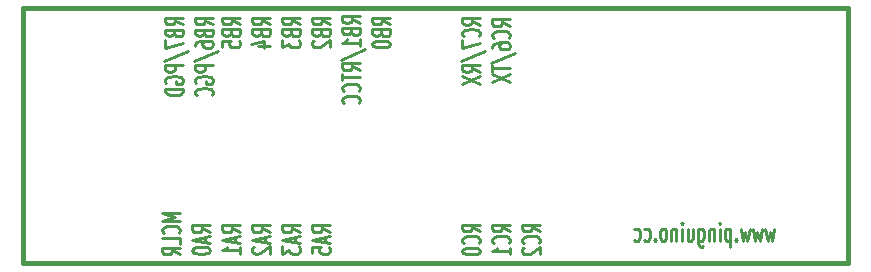
<source format=gbo>
G04 (created by PCBNEW (2012-09-11 BZR 3714)-testing) date mer. 12 sept. 2012 09:40:05 CEST*
%MOIN*%
G04 Gerber Fmt 3.4, Leading zero omitted, Abs format*
%FSLAX34Y34*%
G01*
G70*
G90*
G04 APERTURE LIST*
%ADD10C,0.006*%
%ADD11C,0.0099*%
%ADD12C,0.015*%
G04 APERTURE END LIST*
G54D10*
G54D11*
X71545Y-48843D02*
X71470Y-49243D01*
X71395Y-48957D01*
X71320Y-49243D01*
X71245Y-48843D01*
X71132Y-48843D02*
X71057Y-49243D01*
X70982Y-48957D01*
X70907Y-49243D01*
X70832Y-48843D01*
X70719Y-48843D02*
X70644Y-49243D01*
X70569Y-48957D01*
X70494Y-49243D01*
X70419Y-48843D01*
X70268Y-49186D02*
X70249Y-49214D01*
X70268Y-49243D01*
X70287Y-49214D01*
X70268Y-49186D01*
X70268Y-49243D01*
X70080Y-48843D02*
X70080Y-49443D01*
X70080Y-48871D02*
X70043Y-48843D01*
X69968Y-48843D01*
X69930Y-48871D01*
X69911Y-48900D01*
X69893Y-48957D01*
X69893Y-49129D01*
X69911Y-49186D01*
X69930Y-49214D01*
X69968Y-49243D01*
X70043Y-49243D01*
X70080Y-49214D01*
X69724Y-49243D02*
X69724Y-48843D01*
X69724Y-48643D02*
X69743Y-48671D01*
X69724Y-48700D01*
X69705Y-48671D01*
X69724Y-48643D01*
X69724Y-48700D01*
X69536Y-48843D02*
X69536Y-49243D01*
X69536Y-48900D02*
X69517Y-48871D01*
X69480Y-48843D01*
X69424Y-48843D01*
X69386Y-48871D01*
X69367Y-48929D01*
X69367Y-49243D01*
X69011Y-48843D02*
X69011Y-49329D01*
X69030Y-49386D01*
X69049Y-49414D01*
X69086Y-49443D01*
X69143Y-49443D01*
X69180Y-49414D01*
X69011Y-49214D02*
X69049Y-49243D01*
X69124Y-49243D01*
X69161Y-49214D01*
X69180Y-49186D01*
X69199Y-49129D01*
X69199Y-48957D01*
X69180Y-48900D01*
X69161Y-48871D01*
X69124Y-48843D01*
X69049Y-48843D01*
X69011Y-48871D01*
X68655Y-48843D02*
X68655Y-49243D01*
X68824Y-48843D02*
X68824Y-49157D01*
X68805Y-49214D01*
X68768Y-49243D01*
X68712Y-49243D01*
X68674Y-49214D01*
X68655Y-49186D01*
X68468Y-49243D02*
X68468Y-48843D01*
X68468Y-48643D02*
X68487Y-48671D01*
X68468Y-48700D01*
X68449Y-48671D01*
X68468Y-48643D01*
X68468Y-48700D01*
X68280Y-48843D02*
X68280Y-49243D01*
X68280Y-48900D02*
X68261Y-48871D01*
X68224Y-48843D01*
X68168Y-48843D01*
X68130Y-48871D01*
X68111Y-48929D01*
X68111Y-49243D01*
X67868Y-49243D02*
X67905Y-49214D01*
X67924Y-49186D01*
X67943Y-49129D01*
X67943Y-48957D01*
X67924Y-48900D01*
X67905Y-48871D01*
X67868Y-48843D01*
X67812Y-48843D01*
X67774Y-48871D01*
X67755Y-48900D01*
X67737Y-48957D01*
X67737Y-49129D01*
X67755Y-49186D01*
X67774Y-49214D01*
X67812Y-49243D01*
X67868Y-49243D01*
X67568Y-49186D02*
X67549Y-49214D01*
X67568Y-49243D01*
X67587Y-49214D01*
X67568Y-49186D01*
X67568Y-49243D01*
X67211Y-49214D02*
X67249Y-49243D01*
X67324Y-49243D01*
X67361Y-49214D01*
X67380Y-49186D01*
X67399Y-49129D01*
X67399Y-48957D01*
X67380Y-48900D01*
X67361Y-48871D01*
X67324Y-48843D01*
X67249Y-48843D01*
X67211Y-48871D01*
X66873Y-49214D02*
X66911Y-49243D01*
X66986Y-49243D01*
X67023Y-49214D01*
X67042Y-49186D01*
X67061Y-49129D01*
X67061Y-48957D01*
X67042Y-48900D01*
X67023Y-48871D01*
X66986Y-48843D01*
X66911Y-48843D01*
X66873Y-48871D01*
X54743Y-42038D02*
X54457Y-41907D01*
X54743Y-41813D02*
X54143Y-41813D01*
X54143Y-41963D01*
X54171Y-42000D01*
X54200Y-42019D01*
X54257Y-42038D01*
X54343Y-42038D01*
X54400Y-42019D01*
X54429Y-42000D01*
X54457Y-41963D01*
X54457Y-41813D01*
X54429Y-42338D02*
X54457Y-42394D01*
X54486Y-42413D01*
X54543Y-42432D01*
X54629Y-42432D01*
X54686Y-42413D01*
X54714Y-42394D01*
X54743Y-42357D01*
X54743Y-42207D01*
X54143Y-42207D01*
X54143Y-42338D01*
X54171Y-42376D01*
X54200Y-42394D01*
X54257Y-42413D01*
X54314Y-42413D01*
X54371Y-42394D01*
X54400Y-42376D01*
X54429Y-42338D01*
X54429Y-42207D01*
X54343Y-42770D02*
X54743Y-42770D01*
X54114Y-42676D02*
X54543Y-42582D01*
X54543Y-42826D01*
X55743Y-42038D02*
X55457Y-41907D01*
X55743Y-41813D02*
X55143Y-41813D01*
X55143Y-41963D01*
X55171Y-42000D01*
X55200Y-42019D01*
X55257Y-42038D01*
X55343Y-42038D01*
X55400Y-42019D01*
X55429Y-42000D01*
X55457Y-41963D01*
X55457Y-41813D01*
X55429Y-42338D02*
X55457Y-42394D01*
X55486Y-42413D01*
X55543Y-42432D01*
X55629Y-42432D01*
X55686Y-42413D01*
X55714Y-42394D01*
X55743Y-42357D01*
X55743Y-42207D01*
X55143Y-42207D01*
X55143Y-42338D01*
X55171Y-42376D01*
X55200Y-42394D01*
X55257Y-42413D01*
X55314Y-42413D01*
X55371Y-42394D01*
X55400Y-42376D01*
X55429Y-42338D01*
X55429Y-42207D01*
X55143Y-42563D02*
X55143Y-42807D01*
X55371Y-42676D01*
X55371Y-42732D01*
X55400Y-42770D01*
X55429Y-42788D01*
X55486Y-42807D01*
X55629Y-42807D01*
X55686Y-42788D01*
X55714Y-42770D01*
X55743Y-42732D01*
X55743Y-42620D01*
X55714Y-42582D01*
X55686Y-42563D01*
X56743Y-42038D02*
X56457Y-41907D01*
X56743Y-41813D02*
X56143Y-41813D01*
X56143Y-41963D01*
X56171Y-42000D01*
X56200Y-42019D01*
X56257Y-42038D01*
X56343Y-42038D01*
X56400Y-42019D01*
X56429Y-42000D01*
X56457Y-41963D01*
X56457Y-41813D01*
X56429Y-42338D02*
X56457Y-42394D01*
X56486Y-42413D01*
X56543Y-42432D01*
X56629Y-42432D01*
X56686Y-42413D01*
X56714Y-42394D01*
X56743Y-42357D01*
X56743Y-42207D01*
X56143Y-42207D01*
X56143Y-42338D01*
X56171Y-42376D01*
X56200Y-42394D01*
X56257Y-42413D01*
X56314Y-42413D01*
X56371Y-42394D01*
X56400Y-42376D01*
X56429Y-42338D01*
X56429Y-42207D01*
X56200Y-42582D02*
X56171Y-42601D01*
X56143Y-42638D01*
X56143Y-42732D01*
X56171Y-42770D01*
X56200Y-42788D01*
X56257Y-42807D01*
X56314Y-42807D01*
X56400Y-42788D01*
X56743Y-42563D01*
X56743Y-42807D01*
X57743Y-41990D02*
X57457Y-41859D01*
X57743Y-41765D02*
X57143Y-41765D01*
X57143Y-41915D01*
X57171Y-41952D01*
X57200Y-41971D01*
X57257Y-41990D01*
X57343Y-41990D01*
X57400Y-41971D01*
X57429Y-41952D01*
X57457Y-41915D01*
X57457Y-41765D01*
X57429Y-42290D02*
X57457Y-42346D01*
X57486Y-42365D01*
X57543Y-42384D01*
X57629Y-42384D01*
X57686Y-42365D01*
X57714Y-42346D01*
X57743Y-42309D01*
X57743Y-42159D01*
X57143Y-42159D01*
X57143Y-42290D01*
X57171Y-42328D01*
X57200Y-42346D01*
X57257Y-42365D01*
X57314Y-42365D01*
X57371Y-42346D01*
X57400Y-42328D01*
X57429Y-42290D01*
X57429Y-42159D01*
X57743Y-42759D02*
X57743Y-42534D01*
X57743Y-42647D02*
X57143Y-42647D01*
X57229Y-42609D01*
X57286Y-42572D01*
X57314Y-42534D01*
X57114Y-43209D02*
X57886Y-42872D01*
X57743Y-43566D02*
X57457Y-43435D01*
X57743Y-43341D02*
X57143Y-43341D01*
X57143Y-43491D01*
X57171Y-43528D01*
X57200Y-43547D01*
X57257Y-43566D01*
X57343Y-43566D01*
X57400Y-43547D01*
X57429Y-43528D01*
X57457Y-43491D01*
X57457Y-43341D01*
X57143Y-43679D02*
X57143Y-43904D01*
X57743Y-43791D02*
X57143Y-43791D01*
X57686Y-44260D02*
X57714Y-44241D01*
X57743Y-44185D01*
X57743Y-44147D01*
X57714Y-44091D01*
X57657Y-44054D01*
X57600Y-44035D01*
X57486Y-44016D01*
X57400Y-44016D01*
X57286Y-44035D01*
X57229Y-44054D01*
X57171Y-44091D01*
X57143Y-44147D01*
X57143Y-44185D01*
X57171Y-44241D01*
X57200Y-44260D01*
X57686Y-44654D02*
X57714Y-44635D01*
X57743Y-44579D01*
X57743Y-44541D01*
X57714Y-44485D01*
X57657Y-44448D01*
X57600Y-44429D01*
X57486Y-44410D01*
X57400Y-44410D01*
X57286Y-44429D01*
X57229Y-44448D01*
X57171Y-44485D01*
X57143Y-44541D01*
X57143Y-44579D01*
X57171Y-44635D01*
X57200Y-44654D01*
X58743Y-42038D02*
X58457Y-41907D01*
X58743Y-41813D02*
X58143Y-41813D01*
X58143Y-41963D01*
X58171Y-42000D01*
X58200Y-42019D01*
X58257Y-42038D01*
X58343Y-42038D01*
X58400Y-42019D01*
X58429Y-42000D01*
X58457Y-41963D01*
X58457Y-41813D01*
X58429Y-42338D02*
X58457Y-42394D01*
X58486Y-42413D01*
X58543Y-42432D01*
X58629Y-42432D01*
X58686Y-42413D01*
X58714Y-42394D01*
X58743Y-42357D01*
X58743Y-42207D01*
X58143Y-42207D01*
X58143Y-42338D01*
X58171Y-42376D01*
X58200Y-42394D01*
X58257Y-42413D01*
X58314Y-42413D01*
X58371Y-42394D01*
X58400Y-42376D01*
X58429Y-42338D01*
X58429Y-42207D01*
X58143Y-42676D02*
X58143Y-42713D01*
X58171Y-42751D01*
X58200Y-42770D01*
X58257Y-42788D01*
X58371Y-42807D01*
X58514Y-42807D01*
X58629Y-42788D01*
X58686Y-42770D01*
X58714Y-42751D01*
X58743Y-42713D01*
X58743Y-42676D01*
X58714Y-42638D01*
X58686Y-42620D01*
X58629Y-42601D01*
X58514Y-42582D01*
X58371Y-42582D01*
X58257Y-42601D01*
X58200Y-42620D01*
X58171Y-42638D01*
X58143Y-42676D01*
X62743Y-42094D02*
X62457Y-41963D01*
X62743Y-41869D02*
X62143Y-41869D01*
X62143Y-42019D01*
X62171Y-42056D01*
X62200Y-42075D01*
X62257Y-42094D01*
X62343Y-42094D01*
X62400Y-42075D01*
X62429Y-42056D01*
X62457Y-42019D01*
X62457Y-41869D01*
X62686Y-42488D02*
X62714Y-42469D01*
X62743Y-42413D01*
X62743Y-42375D01*
X62714Y-42319D01*
X62657Y-42282D01*
X62600Y-42263D01*
X62486Y-42244D01*
X62400Y-42244D01*
X62286Y-42263D01*
X62229Y-42282D01*
X62171Y-42319D01*
X62143Y-42375D01*
X62143Y-42413D01*
X62171Y-42469D01*
X62200Y-42488D01*
X62143Y-42826D02*
X62143Y-42751D01*
X62171Y-42713D01*
X62200Y-42694D01*
X62286Y-42657D01*
X62400Y-42638D01*
X62629Y-42638D01*
X62686Y-42657D01*
X62714Y-42676D01*
X62743Y-42713D01*
X62743Y-42788D01*
X62714Y-42826D01*
X62686Y-42844D01*
X62629Y-42863D01*
X62486Y-42863D01*
X62429Y-42844D01*
X62400Y-42826D01*
X62371Y-42788D01*
X62371Y-42713D01*
X62400Y-42676D01*
X62429Y-42657D01*
X62486Y-42638D01*
X62114Y-43313D02*
X62886Y-42976D01*
X62143Y-43389D02*
X62143Y-43614D01*
X62743Y-43501D02*
X62143Y-43501D01*
X62143Y-43707D02*
X62743Y-43970D01*
X62143Y-43970D02*
X62743Y-43707D01*
X61743Y-42047D02*
X61457Y-41916D01*
X61743Y-41822D02*
X61143Y-41822D01*
X61143Y-41972D01*
X61171Y-42009D01*
X61200Y-42028D01*
X61257Y-42047D01*
X61343Y-42047D01*
X61400Y-42028D01*
X61429Y-42009D01*
X61457Y-41972D01*
X61457Y-41822D01*
X61686Y-42441D02*
X61714Y-42422D01*
X61743Y-42366D01*
X61743Y-42328D01*
X61714Y-42272D01*
X61657Y-42235D01*
X61600Y-42216D01*
X61486Y-42197D01*
X61400Y-42197D01*
X61286Y-42216D01*
X61229Y-42235D01*
X61171Y-42272D01*
X61143Y-42328D01*
X61143Y-42366D01*
X61171Y-42422D01*
X61200Y-42441D01*
X61143Y-42572D02*
X61143Y-42835D01*
X61743Y-42666D01*
X61114Y-43266D02*
X61886Y-42929D01*
X61743Y-43623D02*
X61457Y-43492D01*
X61743Y-43398D02*
X61143Y-43398D01*
X61143Y-43548D01*
X61171Y-43585D01*
X61200Y-43604D01*
X61257Y-43623D01*
X61343Y-43623D01*
X61400Y-43604D01*
X61429Y-43585D01*
X61457Y-43548D01*
X61457Y-43398D01*
X61143Y-43754D02*
X61743Y-44017D01*
X61143Y-44017D02*
X61743Y-43754D01*
X53743Y-42038D02*
X53457Y-41907D01*
X53743Y-41813D02*
X53143Y-41813D01*
X53143Y-41963D01*
X53171Y-42000D01*
X53200Y-42019D01*
X53257Y-42038D01*
X53343Y-42038D01*
X53400Y-42019D01*
X53429Y-42000D01*
X53457Y-41963D01*
X53457Y-41813D01*
X53429Y-42338D02*
X53457Y-42394D01*
X53486Y-42413D01*
X53543Y-42432D01*
X53629Y-42432D01*
X53686Y-42413D01*
X53714Y-42394D01*
X53743Y-42357D01*
X53743Y-42207D01*
X53143Y-42207D01*
X53143Y-42338D01*
X53171Y-42376D01*
X53200Y-42394D01*
X53257Y-42413D01*
X53314Y-42413D01*
X53371Y-42394D01*
X53400Y-42376D01*
X53429Y-42338D01*
X53429Y-42207D01*
X53143Y-42788D02*
X53143Y-42601D01*
X53429Y-42582D01*
X53400Y-42601D01*
X53371Y-42638D01*
X53371Y-42732D01*
X53400Y-42770D01*
X53429Y-42788D01*
X53486Y-42807D01*
X53629Y-42807D01*
X53686Y-42788D01*
X53714Y-42770D01*
X53743Y-42732D01*
X53743Y-42638D01*
X53714Y-42601D01*
X53686Y-42582D01*
X63743Y-48938D02*
X63457Y-48807D01*
X63743Y-48713D02*
X63143Y-48713D01*
X63143Y-48863D01*
X63171Y-48900D01*
X63200Y-48919D01*
X63257Y-48938D01*
X63343Y-48938D01*
X63400Y-48919D01*
X63429Y-48900D01*
X63457Y-48863D01*
X63457Y-48713D01*
X63686Y-49332D02*
X63714Y-49313D01*
X63743Y-49257D01*
X63743Y-49219D01*
X63714Y-49163D01*
X63657Y-49126D01*
X63600Y-49107D01*
X63486Y-49088D01*
X63400Y-49088D01*
X63286Y-49107D01*
X63229Y-49126D01*
X63171Y-49163D01*
X63143Y-49219D01*
X63143Y-49257D01*
X63171Y-49313D01*
X63200Y-49332D01*
X63200Y-49482D02*
X63171Y-49501D01*
X63143Y-49538D01*
X63143Y-49632D01*
X63171Y-49670D01*
X63200Y-49688D01*
X63257Y-49707D01*
X63314Y-49707D01*
X63400Y-49688D01*
X63743Y-49463D01*
X63743Y-49707D01*
X62743Y-48938D02*
X62457Y-48807D01*
X62743Y-48713D02*
X62143Y-48713D01*
X62143Y-48863D01*
X62171Y-48900D01*
X62200Y-48919D01*
X62257Y-48938D01*
X62343Y-48938D01*
X62400Y-48919D01*
X62429Y-48900D01*
X62457Y-48863D01*
X62457Y-48713D01*
X62686Y-49332D02*
X62714Y-49313D01*
X62743Y-49257D01*
X62743Y-49219D01*
X62714Y-49163D01*
X62657Y-49126D01*
X62600Y-49107D01*
X62486Y-49088D01*
X62400Y-49088D01*
X62286Y-49107D01*
X62229Y-49126D01*
X62171Y-49163D01*
X62143Y-49219D01*
X62143Y-49257D01*
X62171Y-49313D01*
X62200Y-49332D01*
X62743Y-49707D02*
X62743Y-49482D01*
X62743Y-49595D02*
X62143Y-49595D01*
X62229Y-49557D01*
X62286Y-49520D01*
X62314Y-49482D01*
X61743Y-48938D02*
X61457Y-48807D01*
X61743Y-48713D02*
X61143Y-48713D01*
X61143Y-48863D01*
X61171Y-48900D01*
X61200Y-48919D01*
X61257Y-48938D01*
X61343Y-48938D01*
X61400Y-48919D01*
X61429Y-48900D01*
X61457Y-48863D01*
X61457Y-48713D01*
X61686Y-49332D02*
X61714Y-49313D01*
X61743Y-49257D01*
X61743Y-49219D01*
X61714Y-49163D01*
X61657Y-49126D01*
X61600Y-49107D01*
X61486Y-49088D01*
X61400Y-49088D01*
X61286Y-49107D01*
X61229Y-49126D01*
X61171Y-49163D01*
X61143Y-49219D01*
X61143Y-49257D01*
X61171Y-49313D01*
X61200Y-49332D01*
X61143Y-49576D02*
X61143Y-49613D01*
X61171Y-49651D01*
X61200Y-49670D01*
X61257Y-49688D01*
X61371Y-49707D01*
X61514Y-49707D01*
X61629Y-49688D01*
X61686Y-49670D01*
X61714Y-49651D01*
X61743Y-49613D01*
X61743Y-49576D01*
X61714Y-49538D01*
X61686Y-49520D01*
X61629Y-49501D01*
X61514Y-49482D01*
X61371Y-49482D01*
X61257Y-49501D01*
X61200Y-49520D01*
X61171Y-49538D01*
X61143Y-49576D01*
X56743Y-48966D02*
X56457Y-48835D01*
X56743Y-48741D02*
X56143Y-48741D01*
X56143Y-48891D01*
X56171Y-48928D01*
X56200Y-48947D01*
X56257Y-48966D01*
X56343Y-48966D01*
X56400Y-48947D01*
X56429Y-48928D01*
X56457Y-48891D01*
X56457Y-48741D01*
X56571Y-49116D02*
X56571Y-49304D01*
X56743Y-49079D02*
X56143Y-49210D01*
X56743Y-49341D01*
X56143Y-49660D02*
X56143Y-49473D01*
X56429Y-49454D01*
X56400Y-49473D01*
X56371Y-49510D01*
X56371Y-49604D01*
X56400Y-49642D01*
X56429Y-49660D01*
X56486Y-49679D01*
X56629Y-49679D01*
X56686Y-49660D01*
X56714Y-49642D01*
X56743Y-49604D01*
X56743Y-49510D01*
X56714Y-49473D01*
X56686Y-49454D01*
X55743Y-48966D02*
X55457Y-48835D01*
X55743Y-48741D02*
X55143Y-48741D01*
X55143Y-48891D01*
X55171Y-48928D01*
X55200Y-48947D01*
X55257Y-48966D01*
X55343Y-48966D01*
X55400Y-48947D01*
X55429Y-48928D01*
X55457Y-48891D01*
X55457Y-48741D01*
X55571Y-49116D02*
X55571Y-49304D01*
X55743Y-49079D02*
X55143Y-49210D01*
X55743Y-49341D01*
X55143Y-49435D02*
X55143Y-49679D01*
X55371Y-49548D01*
X55371Y-49604D01*
X55400Y-49642D01*
X55429Y-49660D01*
X55486Y-49679D01*
X55629Y-49679D01*
X55686Y-49660D01*
X55714Y-49642D01*
X55743Y-49604D01*
X55743Y-49492D01*
X55714Y-49454D01*
X55686Y-49435D01*
X54743Y-48966D02*
X54457Y-48835D01*
X54743Y-48741D02*
X54143Y-48741D01*
X54143Y-48891D01*
X54171Y-48928D01*
X54200Y-48947D01*
X54257Y-48966D01*
X54343Y-48966D01*
X54400Y-48947D01*
X54429Y-48928D01*
X54457Y-48891D01*
X54457Y-48741D01*
X54571Y-49116D02*
X54571Y-49304D01*
X54743Y-49079D02*
X54143Y-49210D01*
X54743Y-49341D01*
X54200Y-49454D02*
X54171Y-49473D01*
X54143Y-49510D01*
X54143Y-49604D01*
X54171Y-49642D01*
X54200Y-49660D01*
X54257Y-49679D01*
X54314Y-49679D01*
X54400Y-49660D01*
X54743Y-49435D01*
X54743Y-49679D01*
X53743Y-48966D02*
X53457Y-48835D01*
X53743Y-48741D02*
X53143Y-48741D01*
X53143Y-48891D01*
X53171Y-48928D01*
X53200Y-48947D01*
X53257Y-48966D01*
X53343Y-48966D01*
X53400Y-48947D01*
X53429Y-48928D01*
X53457Y-48891D01*
X53457Y-48741D01*
X53571Y-49116D02*
X53571Y-49304D01*
X53743Y-49079D02*
X53143Y-49210D01*
X53743Y-49341D01*
X53743Y-49679D02*
X53743Y-49454D01*
X53743Y-49567D02*
X53143Y-49567D01*
X53229Y-49529D01*
X53286Y-49492D01*
X53314Y-49454D01*
X51743Y-48316D02*
X51143Y-48316D01*
X51571Y-48447D01*
X51143Y-48578D01*
X51743Y-48578D01*
X51686Y-48991D02*
X51714Y-48972D01*
X51743Y-48916D01*
X51743Y-48878D01*
X51714Y-48822D01*
X51657Y-48785D01*
X51600Y-48766D01*
X51486Y-48747D01*
X51400Y-48747D01*
X51286Y-48766D01*
X51229Y-48785D01*
X51171Y-48822D01*
X51143Y-48878D01*
X51143Y-48916D01*
X51171Y-48972D01*
X51200Y-48991D01*
X51743Y-49347D02*
X51743Y-49160D01*
X51143Y-49160D01*
X51743Y-49704D02*
X51457Y-49573D01*
X51743Y-49479D02*
X51143Y-49479D01*
X51143Y-49629D01*
X51171Y-49666D01*
X51200Y-49685D01*
X51257Y-49704D01*
X51343Y-49704D01*
X51400Y-49685D01*
X51429Y-49666D01*
X51457Y-49629D01*
X51457Y-49479D01*
X52743Y-48966D02*
X52457Y-48835D01*
X52743Y-48741D02*
X52143Y-48741D01*
X52143Y-48891D01*
X52171Y-48928D01*
X52200Y-48947D01*
X52257Y-48966D01*
X52343Y-48966D01*
X52400Y-48947D01*
X52429Y-48928D01*
X52457Y-48891D01*
X52457Y-48741D01*
X52571Y-49116D02*
X52571Y-49304D01*
X52743Y-49079D02*
X52143Y-49210D01*
X52743Y-49341D01*
X52143Y-49548D02*
X52143Y-49585D01*
X52171Y-49623D01*
X52200Y-49642D01*
X52257Y-49660D01*
X52371Y-49679D01*
X52514Y-49679D01*
X52629Y-49660D01*
X52686Y-49642D01*
X52714Y-49623D01*
X52743Y-49585D01*
X52743Y-49548D01*
X52714Y-49510D01*
X52686Y-49492D01*
X52629Y-49473D01*
X52514Y-49454D01*
X52371Y-49454D01*
X52257Y-49473D01*
X52200Y-49492D01*
X52171Y-49510D01*
X52143Y-49548D01*
X52843Y-42040D02*
X52557Y-41909D01*
X52843Y-41815D02*
X52243Y-41815D01*
X52243Y-41965D01*
X52271Y-42002D01*
X52300Y-42021D01*
X52357Y-42040D01*
X52443Y-42040D01*
X52500Y-42021D01*
X52529Y-42002D01*
X52557Y-41965D01*
X52557Y-41815D01*
X52529Y-42340D02*
X52557Y-42396D01*
X52586Y-42415D01*
X52643Y-42434D01*
X52729Y-42434D01*
X52786Y-42415D01*
X52814Y-42396D01*
X52843Y-42359D01*
X52843Y-42209D01*
X52243Y-42209D01*
X52243Y-42340D01*
X52271Y-42378D01*
X52300Y-42396D01*
X52357Y-42415D01*
X52414Y-42415D01*
X52471Y-42396D01*
X52500Y-42378D01*
X52529Y-42340D01*
X52529Y-42209D01*
X52243Y-42772D02*
X52243Y-42697D01*
X52271Y-42659D01*
X52300Y-42640D01*
X52386Y-42603D01*
X52500Y-42584D01*
X52729Y-42584D01*
X52786Y-42603D01*
X52814Y-42622D01*
X52843Y-42659D01*
X52843Y-42734D01*
X52814Y-42772D01*
X52786Y-42790D01*
X52729Y-42809D01*
X52586Y-42809D01*
X52529Y-42790D01*
X52500Y-42772D01*
X52471Y-42734D01*
X52471Y-42659D01*
X52500Y-42622D01*
X52529Y-42603D01*
X52586Y-42584D01*
X52214Y-43259D02*
X52986Y-42922D01*
X52843Y-43391D02*
X52243Y-43391D01*
X52243Y-43541D01*
X52271Y-43578D01*
X52300Y-43597D01*
X52357Y-43616D01*
X52443Y-43616D01*
X52500Y-43597D01*
X52529Y-43578D01*
X52557Y-43541D01*
X52557Y-43391D01*
X52271Y-43991D02*
X52243Y-43954D01*
X52243Y-43897D01*
X52271Y-43841D01*
X52329Y-43804D01*
X52386Y-43785D01*
X52500Y-43766D01*
X52586Y-43766D01*
X52700Y-43785D01*
X52757Y-43804D01*
X52814Y-43841D01*
X52843Y-43897D01*
X52843Y-43935D01*
X52814Y-43991D01*
X52786Y-44010D01*
X52586Y-44010D01*
X52586Y-43935D01*
X52786Y-44404D02*
X52814Y-44385D01*
X52843Y-44329D01*
X52843Y-44291D01*
X52814Y-44235D01*
X52757Y-44198D01*
X52700Y-44179D01*
X52586Y-44160D01*
X52500Y-44160D01*
X52386Y-44179D01*
X52329Y-44198D01*
X52271Y-44235D01*
X52243Y-44291D01*
X52243Y-44329D01*
X52271Y-44385D01*
X52300Y-44404D01*
X51843Y-42040D02*
X51557Y-41909D01*
X51843Y-41815D02*
X51243Y-41815D01*
X51243Y-41965D01*
X51271Y-42002D01*
X51300Y-42021D01*
X51357Y-42040D01*
X51443Y-42040D01*
X51500Y-42021D01*
X51529Y-42002D01*
X51557Y-41965D01*
X51557Y-41815D01*
X51529Y-42340D02*
X51557Y-42396D01*
X51586Y-42415D01*
X51643Y-42434D01*
X51729Y-42434D01*
X51786Y-42415D01*
X51814Y-42396D01*
X51843Y-42359D01*
X51843Y-42209D01*
X51243Y-42209D01*
X51243Y-42340D01*
X51271Y-42378D01*
X51300Y-42396D01*
X51357Y-42415D01*
X51414Y-42415D01*
X51471Y-42396D01*
X51500Y-42378D01*
X51529Y-42340D01*
X51529Y-42209D01*
X51243Y-42565D02*
X51243Y-42828D01*
X51843Y-42659D01*
X51214Y-43259D02*
X51986Y-42922D01*
X51843Y-43391D02*
X51243Y-43391D01*
X51243Y-43541D01*
X51271Y-43578D01*
X51300Y-43597D01*
X51357Y-43616D01*
X51443Y-43616D01*
X51500Y-43597D01*
X51529Y-43578D01*
X51557Y-43541D01*
X51557Y-43391D01*
X51271Y-43991D02*
X51243Y-43954D01*
X51243Y-43897D01*
X51271Y-43841D01*
X51329Y-43804D01*
X51386Y-43785D01*
X51500Y-43766D01*
X51586Y-43766D01*
X51700Y-43785D01*
X51757Y-43804D01*
X51814Y-43841D01*
X51843Y-43897D01*
X51843Y-43935D01*
X51814Y-43991D01*
X51786Y-44010D01*
X51586Y-44010D01*
X51586Y-43935D01*
X51843Y-44179D02*
X51243Y-44179D01*
X51243Y-44273D01*
X51271Y-44329D01*
X51329Y-44366D01*
X51386Y-44385D01*
X51500Y-44404D01*
X51586Y-44404D01*
X51700Y-44385D01*
X51757Y-44366D01*
X51814Y-44329D01*
X51843Y-44273D01*
X51843Y-44179D01*
G54D12*
X74000Y-41500D02*
X74000Y-50000D01*
X46500Y-41500D02*
X74000Y-41500D01*
X46500Y-50000D02*
X46500Y-41500D01*
X74000Y-50000D02*
X46500Y-50000D01*
M02*

</source>
